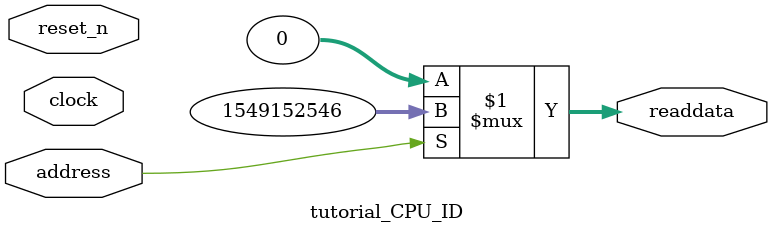
<source format=v>



// synthesis translate_off
`timescale 1ns / 1ps
// synthesis translate_on

// turn off superfluous verilog processor warnings 
// altera message_level Level1 
// altera message_off 10034 10035 10036 10037 10230 10240 10030 

module tutorial_CPU_ID (
               // inputs:
                address,
                clock,
                reset_n,

               // outputs:
                readdata
             )
;

  output  [ 31: 0] readdata;
  input            address;
  input            clock;
  input            reset_n;

  wire    [ 31: 0] readdata;
  //control_slave, which is an e_avalon_slave
  assign readdata = address ? 1549152546 : 0;

endmodule



</source>
